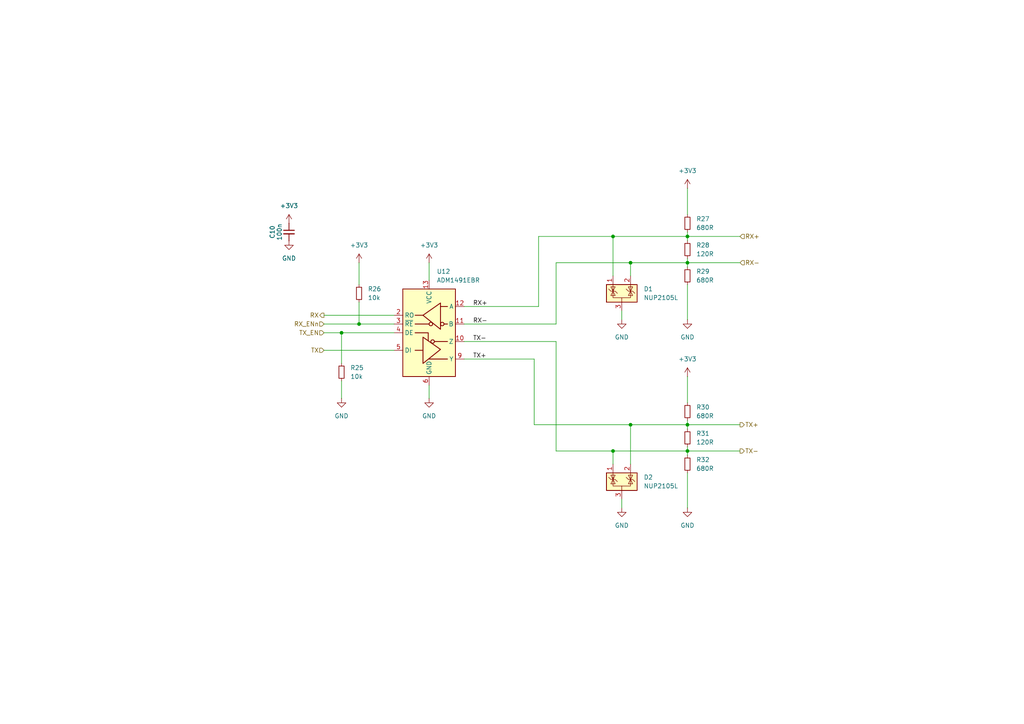
<source format=kicad_sch>
(kicad_sch (version 20231120) (generator "eeschema") (generator_version "8.0")
  (paper "A4")
  (lib_symbols
    (symbol "Device:C_Small" (pin_numbers hide) (pin_names (offset 0.254) hide)
      (property "Reference" "C" (at 0.254 1.778 0))
      (property "Value" "C_Small" (at 0.254 -2.032 0))
      (symbol "C_Small_0_1"
        (polyline (pts (xy -1.524 -0.508) (xy 1.524 -0.508)) (stroke (width 0.3302)))
        (polyline (pts (xy -1.524 0.508) (xy 1.524 0.508)) (stroke (width 0.3048)))
      )
      (symbol "C_Small_1_1"
        (pin passive line (at 0 2.54 270) (length 2.032) (name "~") (number "1"))
        (pin passive line (at 0 -2.54 90) (length 2.032) (name "~") (number "2"))
      )
    )
    (symbol "Device:R_Small" (pin_numbers hide) (pin_names (offset 0.254) hide)
      (property "Reference" "R" (at 0.762 0.508 0))
      (property "Value" "R_Small" (at 0.762 -1.016 0))
      (symbol "R_Small_0_1"
        (rectangle (start -0.762 1.778) (end 0.762 -1.778) (stroke (width 0.2032)))
      )
      (symbol "R_Small_1_1"
        (pin passive line (at 0 2.54 270) (length 0.762) (name "~") (number "1"))
        (pin passive line (at 0 -2.54 90) (length 0.762) (name "~") (number "2"))
      )
    )
    (symbol "Interface_UART:ADM1491EBR"
      (property "Reference" "U" (at -7.62 16.51 0))
      (property "Value" "ADM1491EBR" (at -11.43 -13.97 0))
      (symbol "ADM1491EBR_0_1"
        (rectangle (start -7.62 12.7) (end 7.62 -12.7) (stroke (width 0.254)) (fill (type background)))
        (polyline (pts (xy -4.064 2.54) (xy 0 2.54)) (stroke (width 0.254)))
        (polyline (pts (xy -1.778 -5.08) (xy -4.064 -5.08)) (stroke (width 0.254)))
        (polyline (pts (xy -1.778 5.08) (xy -4.064 5.08)) (stroke (width 0.254)))
        (polyline (pts (xy 0 -7.62) (xy 5.334 -7.62)) (stroke (width 0.254)))
        (polyline (pts (xy 1.524 -2.54) (xy 5.334 -2.54)) (stroke (width 0.254)))
        (polyline (pts (xy 3.302 7.62) (xy 5.334 7.62)) (stroke (width 0.254)))
        (polyline (pts (xy 4.318 2.54) (xy 5.334 2.54)) (stroke (width 0.254)))
        (polyline (pts (xy -4.064 0) (xy -0.254 0) (xy -0.254 -2.286)) (stroke (width 0.254)))
        (polyline (pts (xy -1.778 -5.08) (xy -1.778 -1.27) (xy 3.302 -4.826) (xy -1.778 -8.89) (xy -1.778 -5.08)) (stroke (width 0.254)))
        (circle (center 1.016 -2.54) (radius 0.508) (stroke (width 0.254)))
      )
      (symbol "ADM1491EBR_1_1"
        (polyline (pts (xy 3.302 4.826) (xy 3.302 8.636) (xy -1.778 5.08) (xy 3.302 1.016) (xy 3.302 4.826)) (stroke (width 0.254)))
        (circle (center 0.508 2.54) (radius 0.508) (stroke (width 0.254)))
        (circle (center 3.81 2.54) (radius 0.508) (stroke (width 0.254)))
        (pin no_connect line (at -7.62 -10.16 0) (length 2.54) hide (name "NC") (number "1"))
        (pin output line (at 10.16 -2.54 180) (length 2.54) (name "Z") (number "10"))
        (pin input line (at 10.16 2.54 180) (length 2.54) (name "B") (number "11"))
        (pin input line (at 10.16 7.62 180) (length 2.54) (name "A") (number "12"))
        (pin power_in line (at 0 15.24 270) (length 2.54) (name "VCC") (number "13"))
        (pin passive line (at 0 15.24 270) (length 2.54) hide (name "VCC") (number "14"))
        (pin output line (at -10.16 5.08 0) (length 2.54) (name "RO") (number "2"))
        (pin input line (at -10.16 2.54 0) (length 2.54) (name "~{RE}") (number "3"))
        (pin input line (at -10.16 0 0) (length 2.54) (name "DE") (number "4"))
        (pin input line (at -10.16 -5.08 0) (length 2.54) (name "DI") (number "5"))
        (pin power_in line (at 0 -15.24 90) (length 2.54) (name "GND") (number "6"))
        (pin passive line (at 0 -15.24 90) (length 2.54) hide (name "GND") (number "7"))
        (pin no_connect line (at -7.62 -7.62 0) (length 2.54) hide (name "NC") (number "8"))
        (pin output line (at 10.16 -7.62 180) (length 2.54) (name "Y") (number "9"))
      )
    )
    (symbol "Power_Protection:NUP2105L" (pin_names hide)
      (property "Reference" "D" (at 5.715 2.54 0))
      (property "Value" "NUP2105L" (at 5.715 0.635 0))
      (symbol "NUP2105L_0_0"
        (pin passive line (at 0 -5.08 90) (length 2.54) (name "A") (number "3"))
      )
      (symbol "NUP2105L_0_1"
        (rectangle (start -4.445 2.54) (end 4.445 -2.54) (stroke (width 0.254)) (fill (type background)))
        (polyline (pts (xy -2.54 2.54) (xy -2.54 0.635)))
        (polyline (pts (xy 0 -1.27) (xy 0 -2.54)))
        (polyline (pts (xy 2.54 2.54) (xy 2.54 0.635)))
        (polyline (pts (xy -3.81 1.27) (xy -3.175 0.635) (xy -1.905 0.635) (xy -1.27 0)))
        (polyline (pts (xy -2.54 0.635) (xy -2.54 -1.27) (xy 2.54 -1.27) (xy 2.54 0.635)))
        (polyline (pts (xy -2.54 0.635) (xy -1.905 -0.635) (xy -3.175 -0.635) (xy -2.54 0.635)))
        (polyline (pts (xy 2.54 0.635) (xy 1.905 -0.635) (xy 3.175 -0.635) (xy 2.54 0.635)))
        (polyline (pts (xy 2.54 0.635) (xy 3.175 1.905) (xy 1.905 1.905) (xy 2.54 0.635)))
        (polyline (pts (xy -2.54 0.635) (xy -3.175 1.905) (xy -1.905 1.905) (xy -2.54 0.635) (xy -2.54 1.27)))
        (polyline (pts (xy 1.27 1.27) (xy 1.905 0.635) (xy 2.54 0.635) (xy 3.175 0.635) (xy 3.81 0)))
      )
      (symbol "NUP2105L_1_1"
        (pin passive line (at -2.54 5.08 270) (length 2.54) (name "K") (number "1"))
        (pin passive line (at 2.54 5.08 270) (length 2.54) (name "K") (number "2"))
      )
    )
    (symbol "power:+3V3" (power) (pin_numbers hide) (pin_names (offset 0) hide)
      (property "Value" "+3V3" (at 0 3.556 0))
      (symbol "+3V3_0_1"
        (polyline (pts (xy -0.762 1.27) (xy 0 2.54)))
        (polyline (pts (xy 0 0) (xy 0 2.54)))
        (polyline (pts (xy 0 2.54) (xy 0.762 1.27)))
      )
      (symbol "+3V3_1_1"
        (pin power_in line (at 0 0 90) (length 0) (name "~") (number "1"))
      )
    )
    (symbol "power:GND" (power) (pin_numbers hide) (pin_names (offset 0) hide)
      (property "Value" "GND" (at 0 -3.81 0))
      (symbol "GND_0_1"
        (polyline (pts (xy 0 0) (xy 0 -1.27) (xy 1.27 -1.27) (xy 0 -2.54) (xy -1.27 -1.27) (xy 0 -1.27)))
      )
      (symbol "GND_1_1"
        (pin power_in line (at 0 0 270) (length 0) (name "~") (number "1"))
      )
    )
  )
  (junction (at 99.06 96.52))
  (junction (at 177.8 68.58))
  (junction (at 182.88 123.19))
  (junction (at 199.39 68.58))
  (junction (at 199.39 130.81))
  (junction (at 199.39 76.2))
  (junction (at 182.88 76.2))
  (junction (at 199.39 123.19))
  (junction (at 177.8 130.81))
  (junction (at 104.14 93.98))
  (wire (pts (xy 99.06 96.52) (xy 99.06 105.41)))
  (wire (pts (xy 199.39 68.58) (xy 199.39 69.85)))
  (wire (pts (xy 199.39 123.19) (xy 214.63 123.19)))
  (wire (pts (xy 199.39 123.19) (xy 199.39 124.46)))
  (wire (pts (xy 182.88 123.19) (xy 182.88 134.62)))
  (wire (pts (xy 99.06 110.49) (xy 99.06 115.57)))
  (wire (pts (xy 199.39 76.2) (xy 199.39 77.47)))
  (wire (pts (xy 199.39 130.81) (xy 199.39 132.08)))
  (wire (pts (xy 199.39 82.55) (xy 199.39 92.71)))
  (wire (pts (xy 161.29 130.81) (xy 177.8 130.81)))
  (wire (pts (xy 161.29 76.2) (xy 182.88 76.2)))
  (wire (pts (xy 180.34 92.71) (xy 180.34 90.17)))
  (wire (pts (xy 199.39 76.2) (xy 214.63 76.2)))
  (wire (pts (xy 161.29 93.98) (xy 161.29 76.2)))
  (wire (pts (xy 134.62 104.14) (xy 154.94 104.14)))
  (wire (pts (xy 177.8 130.81) (xy 199.39 130.81)))
  (wire (pts (xy 177.8 68.58) (xy 177.8 80.01)))
  (wire (pts (xy 182.88 123.19) (xy 199.39 123.19)))
  (wire (pts (xy 182.88 76.2) (xy 199.39 76.2)))
  (wire (pts (xy 161.29 99.06) (xy 161.29 130.81)))
  (wire (pts (xy 154.94 123.19) (xy 182.88 123.19)))
  (wire (pts (xy 154.94 104.14) (xy 154.94 123.19)))
  (wire (pts (xy 182.88 76.2) (xy 182.88 80.01)))
  (wire (pts (xy 199.39 68.58) (xy 214.63 68.58)))
  (wire (pts (xy 99.06 96.52) (xy 114.3 96.52)))
  (wire (pts (xy 134.62 88.9) (xy 156.21 88.9)))
  (wire (pts (xy 177.8 130.81) (xy 177.8 134.62)))
  (wire (pts (xy 199.39 74.93) (xy 199.39 76.2)))
  (wire (pts (xy 177.8 68.58) (xy 199.39 68.58)))
  (wire (pts (xy 134.62 93.98) (xy 161.29 93.98)))
  (wire (pts (xy 180.34 147.32) (xy 180.34 144.78)))
  (wire (pts (xy 199.39 67.31) (xy 199.39 68.58)))
  (wire (pts (xy 93.98 93.98) (xy 104.14 93.98)))
  (wire (pts (xy 199.39 129.54) (xy 199.39 130.81)))
  (wire (pts (xy 199.39 130.81) (xy 214.63 130.81)))
  (wire (pts (xy 104.14 76.2) (xy 104.14 82.55)))
  (wire (pts (xy 124.46 76.2) (xy 124.46 81.28)))
  (wire (pts (xy 124.46 111.76) (xy 124.46 115.57)))
  (wire (pts (xy 93.98 101.6) (xy 114.3 101.6)))
  (wire (pts (xy 199.39 54.61) (xy 199.39 62.23)))
  (wire (pts (xy 156.21 88.9) (xy 156.21 68.58)))
  (wire (pts (xy 93.98 91.44) (xy 114.3 91.44)))
  (wire (pts (xy 199.39 121.92) (xy 199.39 123.19)))
  (wire (pts (xy 93.98 96.52) (xy 99.06 96.52)))
  (wire (pts (xy 156.21 68.58) (xy 177.8 68.58)))
  (wire (pts (xy 199.39 137.16) (xy 199.39 147.32)))
  (wire (pts (xy 104.14 87.63) (xy 104.14 93.98)))
  (wire (pts (xy 104.14 93.98) (xy 114.3 93.98)))
  (wire (pts (xy 134.62 99.06) (xy 161.29 99.06)))
  (wire (pts (xy 199.39 109.22) (xy 199.39 116.84)))
  (label "TX-" (at 137.16 99.06 0))
  (label "RX-" (at 137.16 93.98 0))
  (label "TX+" (at 137.16 104.14 0))
  (label "RX+" (at 137.16 88.9 0))
  (hierarchical_label "TX_EN" (shape input) (at 93.98 96.52 180))
  (hierarchical_label "TX" (shape input) (at 93.98 101.6 180))
  (hierarchical_label "RX" (shape output) (at 93.98 91.44 180))
  (hierarchical_label "RX_ENn" (shape input) (at 93.98 93.98 180))
  (hierarchical_label "RX-" (shape input) (at 214.63 76.2 0))
  (hierarchical_label "TX-" (shape output) (at 214.63 130.81 0))
  (hierarchical_label "RX+" (shape input) (at 214.63 68.58 0))
  (hierarchical_label "TX+" (shape output) (at 214.63 123.19 0))
  (symbol (lib_id "Device:R_Small") (at 104.14 85.09 0) (unit 1)
    (property "Reference" "R26" (at 106.68 83.8199 0) (effects (justify left)))
    (property "Value" "10k" (at 106.68 86.3599 0) (effects (justify left)))
    (property "Footprint" "Resistor_SMD:R_0603_1608Metric" (effects (hide yes)))
    (property "Description" "Resistor, small symbol" (effects (hide yes)))
  )
  (symbol (lib_id "Device:R_Small") (at 199.39 127 0) (unit 1)
    (property "Reference" "R31" (at 201.93 125.7299 0) (effects (justify left)))
    (property "Value" "120R" (at 201.93 128.2699 0) (effects (justify left)))
    (property "Footprint" "Resistor_SMD:R_0603_1608Metric" (effects (hide yes)))
    (property "Description" "Resistor, small symbol" (effects (hide yes)))
  )
  (symbol (lib_id "power:GND") (at 199.39 147.32 0) (unit 1)
    (property "Reference" "#PWR098" (effects (hide yes)))
    (property "Value" "GND" (at 199.39 152.4 0))
    (property "Description" "Power symbol creates a global label with name \"GND\" , ground" (effects (hide yes)))
  )
  (symbol (lib_id "power:GND") (at 180.34 147.32 0) (unit 1)
    (property "Reference" "#PWR086" (effects (hide yes)))
    (property "Value" "GND" (at 180.34 152.4 0))
    (property "Description" "Power symbol creates a global label with name \"GND\" , ground" (effects (hide yes)))
  )
  (symbol (lib_id "power:GND") (at 180.34 92.71 0) (unit 1)
    (property "Reference" "#PWR062" (effects (hide yes)))
    (property "Value" "GND" (at 180.34 97.79 0))
    (property "Description" "Power symbol creates a global label with name \"GND\" , ground" (effects (hide yes)))
  )
  (symbol (lib_id "Power_Protection:NUP2105L") (at 180.34 85.09 0) (unit 1)
    (property "Reference" "D1" (at 186.69 83.8199 0) (effects (justify left)))
    (property "Value" "NUP2105L" (at 186.69 86.3599 0) (effects (justify left)))
    (property "Footprint" "Package_TO_SOT_SMD:SOT-23" (effects (hide yes)))
    (property "Datasheet" "https://www.onsemi.com/pub_link/Collateral/NUP2105L-D.PDF" (effects (hide yes)))
    (property "Description" "Dual Line CAN Bus Protector, 24Vrwm" (effects (hide yes)))
  )
  (symbol (lib_id "Device:R_Small") (at 199.39 134.62 0) (unit 1)
    (property "Reference" "R32" (at 201.93 133.3499 0) (effects (justify left)))
    (property "Value" "680R" (at 201.93 135.8899 0) (effects (justify left)))
    (property "Footprint" "Resistor_SMD:R_0603_1608Metric" (effects (hide yes)))
    (property "Description" "Resistor, small symbol" (effects (hide yes)))
  )
  (symbol (lib_id "Device:R_Small") (at 199.39 64.77 0) (unit 1)
    (property "Reference" "R27" (at 201.93 63.4999 0) (effects (justify left)))
    (property "Value" "680R" (at 201.93 66.0399 0) (effects (justify left)))
    (property "Footprint" "Resistor_SMD:R_0603_1608Metric" (effects (hide yes)))
    (property "Description" "Resistor, small symbol" (effects (hide yes)))
  )
  (symbol (lib_id "power:+3V3") (at 124.46 76.2 0) (unit 1)
    (property "Reference" "#PWR058" (effects (hide yes)))
    (property "Value" "+3V3" (at 124.46 71.12 0))
    (property "Description" "Power symbol creates a global label with name \"+3V3\"" (effects (hide yes)))
  )
  (symbol (lib_id "power:GND") (at 99.06 115.57 0) (unit 1)
    (property "Reference" "#PWR060" (effects (hide yes)))
    (property "Value" "GND" (at 99.06 120.65 0))
    (property "Description" "Power symbol creates a global label with name \"GND\" , ground" (effects (hide yes)))
  )
  (symbol (lib_id "power:GND") (at 124.46 115.57 0) (unit 1)
    (property "Reference" "#PWR059" (effects (hide yes)))
    (property "Value" "GND" (at 124.46 120.65 0))
    (property "Description" "Power symbol creates a global label with name \"GND\" , ground" (effects (hide yes)))
  )
  (symbol (lib_id "Device:C_Small") (at 83.82 67.31 0) (unit 1)
    (property "Reference" "C10" (at 78.994 67.31 90))
    (property "Value" "100n" (at 81.0514 67.31 90))
    (property "Footprint" "Capacitor_SMD:C_0603_1608Metric" (effects (hide yes)))
    (property "Description" "3.3nF +-10% 100V X7R 0603" (effects (hide yes)))
  )
  (symbol (lib_id "Device:R_Small") (at 99.06 107.95 0) (unit 1)
    (property "Reference" "R25" (at 101.6 106.6799 0) (effects (justify left)))
    (property "Value" "10k" (at 101.6 109.2199 0) (effects (justify left)))
    (property "Footprint" "Resistor_SMD:R_0603_1608Metric" (effects (hide yes)))
    (property "Description" "Resistor, small symbol" (effects (hide yes)))
  )
  (symbol (lib_id "power:+3V3") (at 104.14 76.2 0) (unit 1)
    (property "Reference" "#PWR061" (effects (hide yes)))
    (property "Value" "+3V3" (at 104.14 71.12 0))
    (property "Description" "Power symbol creates a global label with name \"+3V3\"" (effects (hide yes)))
  )
  (symbol (lib_id "Device:R_Small") (at 199.39 80.01 0) (unit 1)
    (property "Reference" "R29" (at 201.93 78.7399 0) (effects (justify left)))
    (property "Value" "680R" (at 201.93 81.2799 0) (effects (justify left)))
    (property "Footprint" "Resistor_SMD:R_0603_1608Metric" (effects (hide yes)))
    (property "Description" "Resistor, small symbol" (effects (hide yes)))
  )
  (symbol (lib_id "Device:R_Small") (at 199.39 119.38 0) (unit 1)
    (property "Reference" "R30" (at 201.93 118.1099 0) (effects (justify left)))
    (property "Value" "680R" (at 201.93 120.6499 0) (effects (justify left)))
    (property "Footprint" "Resistor_SMD:R_0603_1608Metric" (effects (hide yes)))
    (property "Description" "Resistor, small symbol" (effects (hide yes)))
  )
  (symbol (lib_id "Power_Protection:NUP2105L") (at 180.34 139.7 0) (unit 1)
    (property "Reference" "D2" (at 186.69 138.4299 0) (effects (justify left)))
    (property "Value" "NUP2105L" (at 186.69 140.9699 0) (effects (justify left)))
    (property "Footprint" "Package_TO_SOT_SMD:SOT-23" (effects (hide yes)))
    (property "Datasheet" "https://www.onsemi.com/pub_link/Collateral/NUP2105L-D.PDF" (effects (hide yes)))
    (property "Description" "Dual Line CAN Bus Protector, 24Vrwm" (effects (hide yes)))
  )
  (symbol (lib_id "power:GND") (at 199.39 92.71 0) (unit 1)
    (property "Reference" "#PWR084" (effects (hide yes)))
    (property "Value" "GND" (at 199.39 97.79 0))
    (property "Description" "Power symbol creates a global label with name \"GND\" , ground" (effects (hide yes)))
  )
  (symbol (lib_id "power:+3V3") (at 199.39 109.22 0) (unit 1)
    (property "Reference" "#PWR089" (effects (hide yes)))
    (property "Value" "+3V3" (at 199.39 104.14 0))
    (property "Description" "Power symbol creates a global label with name \"+3V3\"" (effects (hide yes)))
  )
  (symbol (lib_id "power:GND") (at 83.82 69.85 0) (unit 1)
    (property "Reference" "#PWR0157" (effects (hide yes)))
    (property "Value" "GND" (at 83.82 74.93 0))
    (property "Description" "Power symbol creates a global label with name \"GND\" , ground" (effects (hide yes)))
  )
  (symbol (lib_id "power:+3V3") (at 83.82 64.77 0) (unit 1)
    (property "Reference" "#PWR0156" (effects (hide yes)))
    (property "Value" "+3V3" (at 83.82 59.69 0))
    (property "Description" "Power symbol creates a global label with name \"+3V3\"" (effects (hide yes)))
  )
  (symbol (lib_id "power:+3V3") (at 199.39 54.61 0) (unit 1)
    (property "Reference" "#PWR085" (effects (hide yes)))
    (property "Value" "+3V3" (at 199.39 49.53 0))
    (property "Description" "Power symbol creates a global label with name \"+3V3\"" (effects (hide yes)))
  )
  (symbol (lib_id "Device:R_Small") (at 199.39 72.39 0) (unit 1)
    (property "Reference" "R28" (at 201.93 71.1199 0) (effects (justify left)))
    (property "Value" "120R" (at 201.93 73.6599 0) (effects (justify left)))
    (property "Footprint" "Resistor_SMD:R_0603_1608Metric" (effects (hide yes)))
    (property "Description" "Resistor, small symbol" (effects (hide yes)))
  )
  (symbol (lib_id "Interface_UART:ADM1491EBR") (at 124.46 96.52 0) (unit 1)
    (property "Reference" "U12" (at 126.6541 78.74 0) (effects (justify left)))
    (property "Value" "ADM1491EBR" (at 126.6541 81.28 0) (effects (justify left)))
    (property "Footprint" "Package_SO:SOIC-14_3.9x8.7mm_P1.27mm" (effects (hide yes)))
    (property "Datasheet" "https://www.analog.com/media/en/technical-documentation/data-sheets/ADM1490E_1491E.pdf" (effects (hide yes)))
    (property "Description" "RS-485, RS-422 full duplex 16Mbps transceiver, SOIC-14" (effects (hide yes)))
  )
)
</source>
